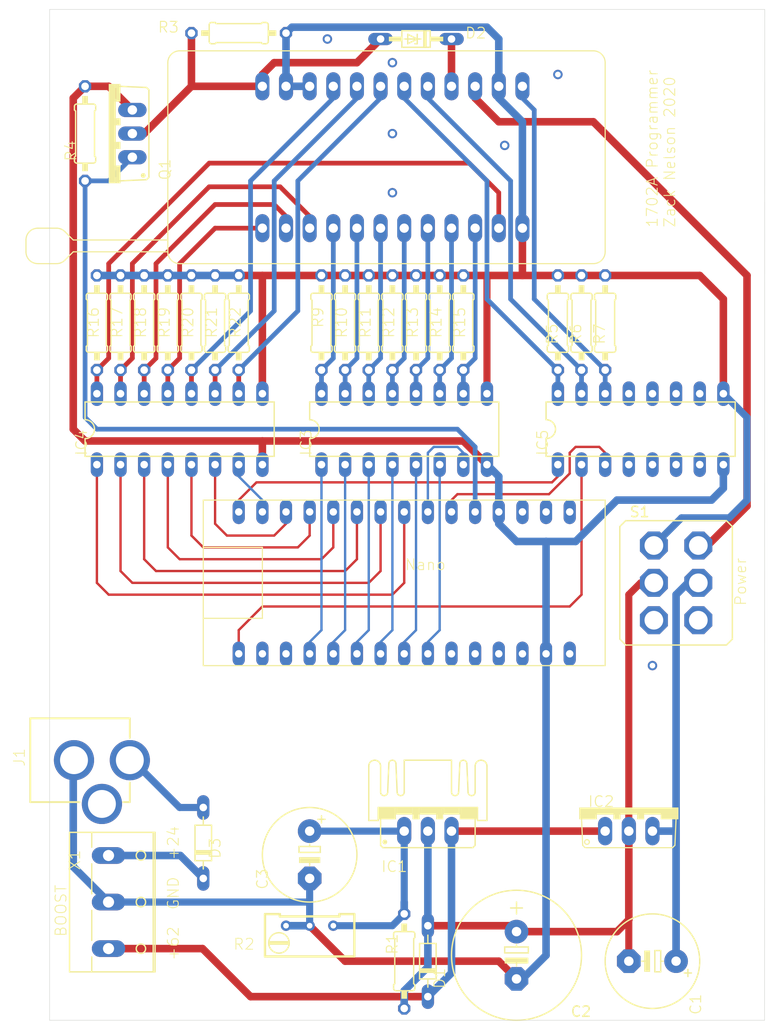
<source format=kicad_pcb>
(kicad_pcb (version 20221018) (generator pcbnew)
  (layers (0 "F.Cu" signal) (31 "B.Cu" signal) (34 "B.Paste" user) (35 "F.Paste" user) (36 "B.SilkS" user "B.Silkscreen") (37 "F.SilkS" user "F.Silkscreen") (38 "B.Mask" user) (39 "F.Mask" user) (44 "Edge.Cuts" user))
  (net 0 "")
  (net 1 "N$1")
  (net 2 "N$3")
  (net 3 "GND")
  (net 4 "+59V")
  (net 5 "+47V")
  (net 6 "A0")
  (net 7 "A1")
  (net 8 "A2")
  (net 9 "A3")
  (net 10 "A4")
  (net 11 "A5")
  (net 12 "A6")
  (net 13 "A7")
  (net 14 "N$12")
  (net 15 "N$13")
  (net 16 "VPP")
  (net 17 "N$33")
  (net 18 "+5V")
  (net 19 "N$14")
  (net 20 "N$16")
  (net 21 "O0")
  (net 22 "O1")
  (net 23 "O2")
  (net 24 "O3")
  (net 25 "O4")
  (net 26 "O5")
  (net 27 "O6")
  (net 28 "O7")
  (net 29 "AA0")
  (net 30 "AA1")
  (net 31 "AA2")
  (net 32 "AA3")
  (net 33 "AA4")
  (net 34 "AA5")
  (net 35 "AD2")
  (net 36 "AD3")
  (net 37 "AD4")
  (net 38 "AD5")
  (net 39 "AD6")
  (net 40 "AD7")
  (net 41 "AD8")
  (net 42 "AD9")
  (net 43 "AD10")
  (net 44 "AD11")
  (net 45 "AD12")
  (net 46 "AD13")
  (net 47 "+24V")
  (footprint "Prommer nano v2:0207_10" (layer "F.Cu") (at 117.7036 84.3661 -90)
    (fp_text reference "R17")
    (fp_text value "6.8k")
  )
  (footprint "Prommer nano v2:0207_10" (layer "F.Cu") (at 120.2436 84.3661 -90)
    (fp_text reference "R18")
    (fp_text value "6.8k")
  )
  (footprint "Prommer nano v2:DO34Z7" (layer "F.Cu") (at 149.4536 53.8861 180)
    (fp_text reference "D2")
    (fp_text value "10V")
  )
  (footprint "Prommer nano v2:TO220BV" (layer "F.Cu") (at 116.4336 64.0461 90)
    (fp_text reference "Q1")
    (fp_text value "IRF520")
  )
  (footprint "Prommer nano v2:0207_10" (layer "F.Cu") (at 130.4036 84.3661 -90)
    (fp_text reference "R22")
    (fp_text value "6.8k")
  )
  (footprint "Prommer nano v2:ZIF24" (layer "F.Cu") (at 146.9136 66.5861)
    (fp_text reference "U1" hide)
    (fp_text value "1702ZIF" hide)
  )
  (footprint "Prommer nano v2:0207_10" (layer "F.Cu") (at 148.1836 152.9461 -90)
    (fp_text reference "R1")
    (fp_text value "220Ω")
  )
  (footprint "Prommer nano v2:320-938" (layer "F.Cu") (at 177.3936 112.3061)
    (fp_text reference "S1")
    (fp_text value "")
  )
  (footprint "" (layer "F.Cu") (at 113.8936 53.8861)
    (fp_text reference "@HOLE2" hide)
    (fp_text value "")
  )
  (footprint "Prommer nano v2:0207_10" (layer "F.Cu") (at 146.9136 84.3661 -90)
    (fp_text reference "R12")
    (fp_text value "6.8k")
  )
  (footprint "Prommer nano v2:0207_10" (layer "F.Cu") (at 125.3236 84.3661 -90)
    (fp_text reference "R20")
    (fp_text value "6.8k")
  )
  (footprint "" (layer "F.Cu") (at 125.3236 130.0861)
    (fp_text reference "@HOLE4" hide)
    (fp_text value "")
  )
  (footprint "Prommer nano v2:E5-10,5" (layer "F.Cu") (at 138.0236 141.5161 -90)
    (fp_text reference "C3")
    (fp_text value "22uf")
  )
  (footprint "Prommer nano v2:D-7.5" (layer "F.Cu") (at 126.5936 140.2461 90)
    (fp_text reference "D3")
    (fp_text value "1N4001")
  )
  (footprint "Prommer nano v2:DIL16" (layer "F.Cu") (at 148.1836 95.7961)
    (fp_text reference "IC3")
    (fp_text value "ULN2003AN")
  )
  (footprint "Prommer nano v2:0207_10" (layer "F.Cu") (at 130.4036 53.2511)
    (fp_text reference "R3")
    (fp_text value "6.8k")
  )
  (footprint "Prommer nano v2:E5-13" (layer "F.Cu") (at 160.2486 152.3111 -90)
    (fp_text reference "C2")
    (fp_text value "220uf/100v")
  )
  (footprint "Prommer nano v2:RTRIM64W" (layer "F.Cu") (at 138.0236 150.4061 90)
    (fp_text reference "R2")
    (fp_text value "10k")
  )
  (footprint "Prommer nano v2:0207_10" (layer "F.Cu") (at 122.7836 84.3661 -90)
    (fp_text reference "R19")
    (fp_text value "6.8k")
  )
  (footprint "" (layer "F.Cu") (at 183.7436 156.7561)
    (fp_text reference "@HOLE1" hide)
    (fp_text value "")
  )
  (footprint "Prommer nano v2:E5-10,5" (layer "F.Cu") (at 174.8536 152.9461 180)
    (fp_text reference "C1")
    (fp_text value "220uf")
  )
  (footprint "Prommer nano v2:0207_10" (layer "F.Cu") (at 154.5336 84.3661 -90)
    (fp_text reference "R15")
    (fp_text value "6.8k")
  )
  (footprint "" (layer "F.Cu") (at 183.7436 130.0861)
    (fp_text reference "@HOLE6" hide)
    (fp_text value "")
  )
  (footprint "Prommer nano v2:0207_10" (layer "F.Cu") (at 151.9936 84.3661 -90)
    (fp_text reference "R14")
    (fp_text value "6.8k")
  )
  (footprint "Prommer nano v2:NANO" (layer "F.Cu") (at 146.9136 112.3061 90)
    (fp_text reference "U$1" hide)
    (fp_text value "NANO" hide)
  )
  (footprint "" (layer "F.Cu") (at 183.7436 53.8861)
    (fp_text reference "@HOLE3" hide)
    (fp_text value "")
  )
  (footprint "Prommer nano v2:317TS" (layer "F.Cu") (at 150.7236 136.4361)
    (fp_text reference "IC1")
    (fp_text value "TL783")
  )
  (footprint "Prommer nano v2:SK95-2M3" (layer "F.Cu") (at 150.7236 136.4361)
    (fp_text reference "KK1" hide)
    (fp_text value "SK95-2M3" hide)
  )
  (footprint "Prommer nano v2:DIL16" (layer "F.Cu") (at 124.0536 95.7961)
    (fp_text reference "IC4")
    (fp_text value "ULN2003AN")
  )
  (footprint "Prommer nano v2:DIL16" (layer "F.Cu") (at 173.5836 95.7961)
    (fp_text reference "IC5")
    (fp_text value "ULN2003AN")
  )
  (footprint "Prommer nano v2:0207_10" (layer "F.Cu") (at 167.2336 84.3661 -90)
    (fp_text reference "R6")
    (fp_text value "6.8k")
  )
  (footprint "Prommer nano v2:D-7.5" (layer "F.Cu") (at 150.7236 152.9461 90)
    (fp_text reference "D1")
    (fp_text value "1N4001")
  )
  (footprint "Prommer nano v2:TO220V" (layer "F.Cu") (at 172.3136 136.4361)
    (fp_text reference "IC2")
    (fp_text value "7812TV")
  )
  (footprint "" (layer "F.Cu") (at 125.3236 156.7561)
    (fp_text reference "@HOLE5" hide)
    (fp_text value "")
  )
  (footprint "Prommer nano v2:0207_10" (layer "F.Cu") (at 144.3736 84.3661 -90)
    (fp_text reference "R11")
    (fp_text value "6.8k")
  )
  (footprint "Prommer nano v2:0207_10" (layer "F.Cu") (at 169.7736 84.3661 -90)
    (fp_text reference "R7")
    (fp_text value "6.8k")
  )
  (footprint "Prommer nano v2:0207_10" (layer "F.Cu") (at 127.8636 84.3661 -90)
    (fp_text reference "R21")
    (fp_text value "6.8k")
  )
  (footprint "Prommer nano v2:0207_10" (layer "F.Cu") (at 164.6936 84.3661 -90)
    (fp_text reference "R5")
    (fp_text value "6.8k")
  )
  (footprint "Prommer nano v2:0207_10" (layer "F.Cu") (at 115.1636 84.3661 -90)
    (fp_text reference "R16")
    (fp_text value "6.8k")
  )
  (footprint "Prommer nano v2:0207_10" (layer "F.Cu") (at 141.8336 84.3661 -90)
    (fp_text reference "R10")
    (fp_text value "6.8k")
  )
  (footprint "" (layer "F.Cu") (at 113.8936 156.7561)
    (fp_text reference "@HOLE0" hide)
    (fp_text value "")
  )
  (footprint "Prommer nano v2:POWER_JACK_PTH" (layer "F.Cu") (at 105.0036 131.3561 -90)
    (fp_text reference "J1")
    (fp_text value "POWER_JACK")
  )
  (footprint "Prommer nano v2:W237-103" (layer "F.Cu") (at 117.7036 146.5961 -90)
    (fp_text reference "X1")
    (fp_text value "")
  )
  (footprint "Prommer nano v2:0207_10" (layer "F.Cu") (at 139.2936 84.3661 -90)
    (fp_text reference "R9")
    (fp_text value "6.8k")
  )
  (footprint "Prommer nano v2:0207_10" (layer "F.Cu") (at 149.4536 84.3661 -90)
    (fp_text reference "R13")
    (fp_text value "6.8k")
  )
  (footprint "Prommer nano v2:0207_10" (layer "F.Cu") (at 113.8936 64.0461 90)
    (fp_text reference "R4")
    (fp_text value "1k")
  )
  (gr_line (start 186.9186 50.7111) (end 110.0836 50.7111) (stroke (width 0.05)) (layer "Edge.Cuts"))
  (gr_line (start 110.0836 159.2961) (end 186.8986 159.2961) (stroke (width 0.05)) (layer "Edge.Cuts"))
  (gr_line (start 110.0836 50.7111) (end 110.0836 159.2961) (stroke (width 0.05)) (layer "Edge.Cuts"))
  (gr_line (start 186.8986 159.2961) (end 186.9186 50.7111) (stroke (width 0.05)) (layer "Edge.Cuts"))
  (gr_text "+62  GND  +24" (at 124.0536 152.9461 90) (layer "F.SilkS") (effects (font (size 1.1684 1.1684) (thickness 0.1016)) (justify left bottom)))
  (gr_text "BOOST" (at 111.9886 150.4061 90) (layer "F.SilkS") (effects (font (size 1.1684 1.1684) (thickness 0.1016)) (justify left bottom)))
  (gr_text "1702A Programmer\nZack Nelson 2020" (at 177.3936 74.2061 90) (layer "F.SilkS") (effects (font (size 1.1684 1.1684) (thickness 0.1016)) (justify left bottom)))
  (gr_text "Power" (at 185.0136 114.8461 90) (layer "F.SilkS") (effects (font (size 1.1684 1.1684) (thickness 0.1016)) (justify left bottom)))
  (segment (start 116.4136 151.5961) (end 126.5136 151.5961) (width 0.8128) (layer "F.Cu") (net 1))
  (segment (start 126.5136 151.5961) (end 131.6736 156.7561) (width 0.8128) (layer "F.Cu") (net 1))
  (segment (start 153.2636 138.9761) (end 169.7736 138.9761) (width 0.8128) (layer "F.Cu") (net 1))
  (segment (start 150.7236 156.7561) (end 131.6736 156.7561) (width 0.8128) (layer "F.Cu") (net 1))
  (segment (start 153.2636 138.9761) (end 153.2636 154.2161) (width 0.8128) (layer "B.Cu") (net 1))
  (segment (start 153.2636 154.2161) (end 150.7236 156.7561) (width 0.8128) (layer "B.Cu") (net 1))
  (segment (start 140.5636 149.1361) (end 146.9136 149.1361) (width 0.762) (layer "B.Cu") (net 2))
  (segment (start 148.1836 138.9761) (end 138.0236 138.9761) (width 0.762) (layer "B.Cu") (net 2))
  (segment (start 148.1836 147.8661) (end 148.1836 138.9761) (width 0.762) (layer "B.Cu") (net 2))
  (segment (start 146.9136 149.1361) (end 148.1836 147.8661) (width 0.762) (layer "B.Cu") (net 2))
  (segment (start 148.1836 147.8661) (end 148.1836 146.5961) (width 0.8128) (layer "B.Cu") (net 2))
  (segment (start 157.0736 99.6061) (end 154.5336 97.0661) (width 0.8128) (layer "F.Cu") (net 3))
  (segment (start 116.4336 58.9661) (end 118.9736 61.5061) (width 0.8128) (layer "F.Cu") (net 3))
  (segment (start 158.3436 152.9461) (end 141.8336 152.9461) (width 0.8128) (layer "F.Cu") (net 3))
  (segment (start 113.8936 58.9661) (end 116.4336 58.9661) (width 0.8128) (layer "F.Cu") (net 3))
  (segment (start 112.6236 60.2361) (end 113.8936 58.9661) (width 0.8128) (layer "F.Cu") (net 3))
  (segment (start 113.8936 97.0661) (end 112.6236 95.7961) (width 0.8128) (layer "F.Cu") (net 3))
  (segment (start 154.5336 97.0661) (end 132.9436 97.0661) (width 0.8128) (layer "F.Cu") (net 3))
  (segment (start 141.8336 152.9461) (end 138.0236 149.1361) (width 0.8128) (layer "F.Cu") (net 3))
  (segment (start 132.9436 97.0661) (end 132.9436 99.6061) (width 0.8128) (layer "F.Cu") (net 3))
  (segment (start 132.9436 97.0661) (end 113.8936 97.0661) (width 0.8128) (layer "F.Cu") (net 3))
  (segment (start 160.2486 154.8511) (end 158.3436 152.9461) (width 0.8128) (layer "F.Cu") (net 3))
  (segment (start 112.6236 95.7961) (end 112.6236 60.2361) (width 0.8128) (layer "F.Cu") (net 3))
  (via (at 158.9786 65.3161) (size 1.016) (drill 0.6096) (layers "F.Cu" "B.Cu") (net 3))
  (via (at 139.9286 53.8861) (size 1.016) (drill 0.6096) (layers "F.Cu" "B.Cu") (net 3))
  (via (at 146.9136 56.4261) (size 1.016) (drill 0.6096) (layers "F.Cu" "B.Cu") (net 3))
  (via (at 146.9136 64.0461) (size 1.016) (drill 0.6096) (layers "F.Cu" "B.Cu") (net 3))
  (via (at 146.9136 70.3961) (size 1.016) (drill 0.6096) (layers "F.Cu" "B.Cu") (net 3))
  (via (at 174.8536 121.1961) (size 1.016) (drill 0.6096) (layers "F.Cu" "B.Cu") (net 3))
  (via (at 164.6936 57.6961) (size 1.016) (drill 0.6096) (layers "F.Cu" "B.Cu") (net 3))
  (segment (start 158.3436 104.6861) (end 158.3436 105.9561) (width 0.8128) (layer "B.Cu") (net 3))
  (segment (start 163.4236 119.9261) (end 163.4236 152.3111) (width 0.8128) (layer "B.Cu") (net 3))
  (segment (start 112.6236 142.8061) (end 116.4136 146.5961) (width 0.8128) (layer "B.Cu") (net 3))
  (segment (start 166.5986 107.8611) (end 171.0436 103.4161) (width 0.8128) (layer "B.Cu") (net 3))
  (segment (start 160.2486 107.8611) (end 163.4236 107.8611) (width 0.8128) (layer "B.Cu") (net 3))
  (segment (start 160.8836 154.8511) (end 160.2486 154.8511) (width 0.8128) (layer "B.Cu") (net 3))
  (segment (start 163.4236 107.8611) (end 166.5986 107.8611) (width 0.8128) (layer "B.Cu") (net 3))
  (segment (start 112.6236 142.8061) (end 112.6236 131.4361) (width 0.8128) (layer "B.Cu") (net 3))
  (segment (start 138.0236 144.0561) (end 138.0236 146.5961) (width 0.762) (layer "B.Cu") (net 3))
  (segment (start 138.0236 149.1361) (end 135.4836 149.1361) (width 0.8128) (layer "B.Cu") (net 3))
  (segment (start 112.6236 131.4361) (end 112.7036 131.3561) (width 0.508) (layer "B.Cu") (net 3))
  (segment (start 171.0436 103.4161) (end 181.2036 103.4161) (width 0.8128) (layer "B.Cu") (net 3))
  (segment (start 181.2036 103.4161) (end 182.4736 102.1461) (width 0.8128) (layer "B.Cu") (net 3))
  (segment (start 138.0236 146.5961) (end 138.0236 149.1361) (width 0.762) (layer "B.Cu") (net 3))
  (segment (start 182.4736 102.1461) (end 182.4736 99.6061) (width 0.8128) (layer "B.Cu") (net 3))
  (segment (start 116.4136 146.5961) (end 138.0236 146.5961) (width 0.762) (layer "B.Cu") (net 3))
  (segment (start 157.0736 99.6061) (end 158.3436 100.8761) (width 0.8128) (layer "B.Cu") (net 3))
  (segment (start 163.4236 152.3111) (end 160.8836 154.8511) (width 0.8128) (layer "B.Cu") (net 3))
  (segment (start 163.4236 107.8611) (end 163.4236 119.9261) (width 0.8128) (layer "B.Cu") (net 3))
  (segment (start 158.3436 100.8761) (end 158.3436 104.6861) (width 0.8128) (layer "B.Cu") (net 3))
  (segment (start 160.2486 107.8611) (end 158.3436 105.9561) (width 0.8128) (layer "B.Cu") (net 3))
  (segment (start 174.8536 138.9761) (end 177.3936 138.9761) (width 0.8128) (layer "B.Cu") (net 4))
  (segment (start 177.3936 152.9461) (end 177.3936 113.5761) (width 0.8128) (layer "B.Cu") (net 4))
  (segment (start 177.3936 113.5761) (end 178.6636 112.3061) (width 0.8128) (layer "B.Cu") (net 4))
  (segment (start 177.3936 138.9761) (end 177.3936 152.9461) (width 0.8128) (layer "B.Cu") (net 4))
  (segment (start 178.6636 112.3061) (end 179.7812 112.3061) (width 0.8128) (layer "B.Cu") (net 4))
  (segment (start 160.8836 74.2061) (end 160.8836 79.2861) (width 0.8128) (layer "F.Cu") (net 5))
  (segment (start 141.8336 79.2861) (end 139.2936 79.2861) (width 0.8128) (layer "F.Cu") (net 5))
  (segment (start 149.4536 79.2861) (end 146.9136 79.2861) (width 0.8128) (layer "F.Cu") (net 5))
  (segment (start 151.9936 79.2861) (end 149.4536 79.2861) (width 0.8128) (layer "F.Cu") (net 5))
  (segment (start 179.9336 79.2861) (end 182.4736 81.8261) (width 0.8128) (layer "F.Cu") (net 5))
  (segment (start 154.5336 79.2861) (end 151.9936 79.2861) (width 0.8128) (layer "F.Cu") (net 5))
  (segment (start 154.5336 79.2861) (end 157.0736 79.2861) (width 0.8128) (layer "F.Cu") (net 5))
  (segment (start 144.3736 79.2861) (end 141.8336 79.2861) (width 0.8128) (layer "F.Cu") (net 5))
  (segment (start 157.0736 79.2861) (end 160.8836 79.2861) (width 0.8128) (layer "F.Cu") (net 5))
  (segment (start 139.2936 79.2861) (end 132.9436 79.2861) (width 0.8128) (layer "F.Cu") (net 5))
  (segment (start 132.9436 79.2861) (end 130.4036 79.2861) (width 0.8128) (layer "F.Cu") (net 5))
  (segment (start 164.6936 79.2861) (end 167.2336 79.2861) (width 0.8128) (layer "F.Cu") (net 5))
  (segment (start 160.8836 79.2861) (end 164.6936 79.2861) (width 0.8128) (layer "F.Cu") (net 5))
  (segment (start 132.9436 91.9861) (end 132.9436 79.2861) (width 0.8128) (layer "F.Cu") (net 5))
  (segment (start 146.9136 79.2861) (end 144.3736 79.2861) (width 0.8128) (layer "F.Cu") (net 5))
  (segment (start 182.4736 81.8261) (end 182.4736 91.9861) (width 0.8128) (layer "F.Cu") (net 5))
  (segment (start 169.7736 79.2861) (end 167.2336 79.2861) (width 0.8128) (layer "F.Cu") (net 5))
  (segment (start 157.0736 91.9861) (end 157.0736 79.2861) (width 0.762) (layer "F.Cu") (net 5))
  (segment (start 169.7736 79.2861) (end 179.9336 79.2861) (width 0.8128) (layer "F.Cu") (net 5))
  (segment (start 136.1186 52.6161) (end 135.4836 53.2511) (width 0.8128) (layer "B.Cu") (net 5))
  (segment (start 185.0136 94.5261) (end 182.4736 91.9861) (width 0.762) (layer "B.Cu") (net 5))
  (segment (start 183.1086 105.3211) (end 185.0136 103.4161) (width 0.762) (layer "B.Cu") (net 5))
  (segment (start 158.3436 58.9661) (end 158.3436 53.8861) (width 0.8128) (layer "B.Cu") (net 5))
  (segment (start 127.8636 79.2861) (end 130.4036 79.2861) (width 0.8128) (layer "B.Cu") (net 5))
  (segment (start 120.2436 79.2861) (end 122.7836 79.2861) (width 0.8128) (layer "B.Cu") (net 5))
  (segment (start 185.0136 103.4161) (end 185.0136 94.5261) (width 0.762) (layer "B.Cu") (net 5))
  (segment (start 122.7836 79.2861) (end 125.3236 79.2861) (width 0.8128) (layer "B.Cu") (net 5))
  (segment (start 160.8836 62.7761) (end 158.3436 60.2361) (width 0.8128) (layer "B.Cu") (net 5))
  (segment (start 158.3436 58.9661) (end 158.3436 60.2361) (width 0.8128) (layer "B.Cu") (net 5))
  (segment (start 177.9778 105.3211) (end 183.1086 105.3211) (width 0.762) (layer "B.Cu") (net 5))
  (segment (start 158.3436 53.8861) (end 157.0736 52.6161) (width 0.8128) (layer "B.Cu") (net 5))
  (segment (start 135.4836 58.9661) (end 138.0236 58.9661) (width 0.8128) (layer "B.Cu") (net 5))
  (segment (start 157.0736 52.6161) (end 136.1186 52.6161) (width 0.8128) (layer "B.Cu") (net 5))
  (segment (start 117.7036 79.2861) (end 120.2436 79.2861) (width 0.8128) (layer "B.Cu") (net 5))
  (segment (start 160.8836 74.2061) (end 160.8836 62.7761) (width 0.8128) (layer "B.Cu") (net 5))
  (segment (start 175.006 108.2929) (end 177.9778 105.3211) (width 0.762) (layer "B.Cu") (net 5))
  (segment (start 135.4836 58.9661) (end 135.4836 53.2511) (width 0.8128) (layer "B.Cu") (net 5))
  (segment (start 115.1636 79.2861) (end 117.7036 79.2861) (width 0.8128) (layer "B.Cu") (net 5))
  (segment (start 125.3236 79.2861) (end 127.8636 79.2861) (width 0.8128) (layer "B.Cu") (net 5))
  (segment (start 117.7036 91.9861) (end 117.7036 89.4461) (width 0.508) (layer "F.Cu") (net 6))
  (segment (start 118.9736 88.1761) (end 118.9736 78.0161) (width 0.508) (layer "F.Cu") (net 6))
  (segment (start 127.2286 69.7611) (end 134.8486 69.7611) (width 0.508) (layer "F.Cu") (net 6))
  (segment (start 117.7036 89.4461) (end 118.9736 88.1761) (width 0.508) (layer "F.Cu") (net 6))
  (segment (start 138.0236 72.9361) (end 138.0236 74.2061) (width 0.508) (layer "F.Cu") (net 6))
  (segment (start 118.9736 78.0161) (end 127.2286 69.7611) (width 0.508) (layer "F.Cu") (net 6))
  (segment (start 134.8486 69.7611) (end 138.0236 72.9361) (width 0.508) (layer "F.Cu") (net 6))
  (segment (start 134.2136 71.6661) (end 135.4836 72.9361) (width 0.508) (layer "F.Cu") (net 7))
  (segment (start 121.5136 78.0161) (end 127.8636 71.6661) (width 0.508) (layer "F.Cu") (net 7))
  (segment (start 120.2436 91.9861) (end 120.2436 89.4461) (width 0.508) (layer "F.Cu") (net 7))
  (segment (start 121.5136 88.1761) (end 121.5136 78.0161) (width 0.508) (layer "F.Cu") (net 7))
  (segment (start 120.2436 89.4461) (end 121.5136 88.1761) (width 0.508) (layer "F.Cu") (net 7))
  (segment (start 135.4836 72.9361) (end 135.4836 74.2061) (width 0.508) (layer "F.Cu") (net 7))
  (segment (start 127.8636 71.6661) (end 134.2136 71.6661) (width 0.508) (layer "F.Cu") (net 7))
  (segment (start 127.8636 74.2061) (end 132.9436 74.2061) (width 0.508) (layer "F.Cu") (net 8))
  (segment (start 122.7836 91.9861) (end 122.7836 89.4461) (width 0.508) (layer "F.Cu") (net 8))
  (segment (start 124.0536 78.0161) (end 127.8636 74.2061) (width 0.508) (layer "F.Cu") (net 8))
  (segment (start 122.7836 89.4461) (end 124.0536 88.1761) (width 0.508) (layer "F.Cu") (net 8))
  (segment (start 124.0536 88.1761) (end 124.0536 78.0161) (width 0.508) (layer "F.Cu") (net 8))
  (segment (start 125.3236 91.9861) (end 125.3236 89.4461) (width 0.508) (layer "F.Cu") (net 9))
  (segment (start 131.6736 69.1261) (end 140.5636 60.2361) (width 0.508) (layer "B.Cu") (net 9))
  (segment (start 125.3236 89.4461) (end 131.6736 83.0961) (width 0.508) (layer "B.Cu") (net 9))
  (segment (start 140.5636 60.2361) (end 140.5636 58.9661) (width 0.508) (layer "B.Cu") (net 9))
  (segment (start 131.6736 83.0961) (end 131.6736 69.1261) (width 0.508) (layer "B.Cu") (net 9))
  (segment (start 127.8636 91.9861) (end 127.8636 89.4461) (width 0.508) (layer "F.Cu") (net 10))
  (segment (start 127.8636 89.4461) (end 134.2136 83.0961) (width 0.508) (layer "B.Cu") (net 10))
  (segment (start 143.1036 60.2361) (end 143.1036 58.9661) (width 0.508) (layer "B.Cu") (net 10))
  (segment (start 134.2136 69.1261) (end 143.1036 60.2361) (width 0.508) (layer "B.Cu") (net 10))
  (segment (start 134.2136 83.0961) (end 134.2136 69.1261) (width 0.508) (layer "B.Cu") (net 10))
  (segment (start 130.4036 91.9861) (end 130.4036 89.4461) (width 0.508) (layer "F.Cu") (net 11))
  (segment (start 136.7536 83.0961) (end 130.4036 89.4461) (width 0.508) (layer "B.Cu") (net 11))
  (segment (start 136.7536 69.1261) (end 136.7536 83.0961) (width 0.508) (layer "B.Cu") (net 11))
  (segment (start 145.6436 58.9661) (end 145.6436 60.2361) (width 0.508) (layer "B.Cu") (net 11))
  (segment (start 145.6436 60.2361) (end 136.7536 69.1261) (width 0.508) (layer "B.Cu") (net 11))
  (segment (start 164.6936 89.4461) (end 164.6936 91.9861) (width 0.508) (layer "B.Cu") (net 12))
  (segment (start 148.1836 58.9661) (end 148.1836 60.2361) (width 0.508) (layer "B.Cu") (net 12))
  (segment (start 148.1836 60.2361) (end 157.0736 69.1261) (width 0.508) (layer "B.Cu") (net 12))
  (segment (start 157.0736 69.1261) (end 157.0736 81.8261) (width 0.508) (layer "B.Cu") (net 12))
  (segment (start 157.0736 81.8261) (end 164.6936 89.4461) (width 0.508) (layer "B.Cu") (net 12))
  (segment (start 150.7236 60.2361) (end 159.6136 69.1261) (width 0.508) (layer "B.Cu") (net 13))
  (segment (start 167.2336 89.4461) (end 167.2336 91.9861) (width 0.508) (layer "B.Cu") (net 13))
  (segment (start 159.6136 81.8261) (end 167.2336 89.4461) (width 0.508) (layer "B.Cu") (net 13))
  (segment (start 150.7236 58.9661) (end 150.7236 60.2361) (width 0.508) (layer "B.Cu") (net 13))
  (segment (start 159.6136 69.1261) (end 159.6136 81.8261) (width 0.508) (layer "B.Cu") (net 13))
  (segment (start 153.2636 58.9661) (end 153.2636 53.8861) (width 0.8128) (layer "F.Cu") (net 14))
  (segment (start 132.9436 57.6961) (end 134.2136 56.4261) (width 0.8128) (layer "F.Cu") (net 15))
  (segment (start 132.9436 58.9661) (end 132.9436 57.6961) (width 0.8128) (layer "F.Cu") (net 15))
  (segment (start 125.3236 58.9661) (end 120.2436 64.0461) (width 0.8128) (layer "F.Cu") (net 15))
  (segment (start 125.3236 53.2511) (end 125.3236 58.9661) (width 0.8128) (layer "F.Cu") (net 15))
  (segment (start 143.1036 56.4261) (end 145.6436 53.8861) (width 0.8128) (layer "F.Cu") (net 15))
  (segment (start 120.2436 64.0461) (end 118.9736 64.0461) (width 0.8128) (layer "F.Cu") (net 15))
  (segment (start 134.2136 56.4261) (end 143.1036 56.4261) (width 0.8128) (layer "F.Cu") (net 15))
  (segment (start 132.9436 58.9661) (end 125.3236 58.9661) (width 0.8128) (layer "F.Cu") (net 15))
  (segment (start 162.1536 61.5061) (end 162.1536 81.8261) (width 0.508) (layer "B.Cu") (net 16))
  (segment (start 160.8836 60.2361) (end 162.1536 61.5061) (width 0.508) (layer "B.Cu") (net 16))
  (segment (start 169.7736 89.4461) (end 169.7736 91.9861) (width 0.508) (layer "B.Cu") (net 16))
  (segment (start 162.1536 81.8261) (end 169.7736 89.4461) (width 0.508) (layer "B.Cu") (net 16))
  (segment (start 160.8836 58.9661) (end 160.8836 60.2361) (width 0.508) (layer "B.Cu") (net 16))
  (segment (start 185.0136 79.2861) (end 185.0136 104.051097) (width 0.8128) (layer "F.Cu") (net 17))
  (segment (start 179.7812 108.2929) (end 180.7718 108.2929) (width 0.762) (layer "F.Cu") (net 17))
  (segment (start 180.7718 108.2929) (end 185.0136 104.051097) (width 0.8128) (layer "F.Cu") (net 17))
  (segment (start 158.3436 62.7761) (end 155.8036 60.2361) (width 0.8128) (layer "F.Cu") (net 17))
  (segment (start 168.5036 62.7761) (end 158.3436 62.7761) (width 0.8128) (layer "F.Cu") (net 17))
  (segment (start 155.8036 58.9661) (end 155.8036 60.2361) (width 0.8128) (layer "F.Cu") (net 17))
  (segment (start 168.5036 62.7761) (end 185.0136 79.2861) (width 0.8128) (layer "F.Cu") (net 17))
  (segment (start 173.5836 112.3061) (end 172.3136 113.5761) (width 0.762) (layer "F.Cu") (net 19))
  (segment (start 160.2486 149.7711) (end 171.0436 149.7711) (width 0.8128) (layer "F.Cu") (net 19))
  (segment (start 172.3136 152.9461) (end 172.3136 148.5011) (width 0.762) (layer "F.Cu") (net 19))
  (segment (start 159.6136 149.1361) (end 150.7236 149.1361) (width 0.8128) (layer "F.Cu") (net 19))
  (segment (start 171.0436 149.7711) (end 172.3136 148.5011) (width 0.8128) (layer "F.Cu") (net 19))
  (segment (start 172.3136 113.5761) (end 172.3136 138.9761) (width 0.762) (layer "F.Cu") (net 19))
  (segment (start 172.3136 148.5011) (end 172.3136 138.9761) (width 0.8128) (layer "F.Cu") (net 19))
  (segment (start 160.2486 149.7711) (end 159.6136 149.1361) (width 0.8128) (layer "F.Cu") (net 19))
  (segment (start 175.006 112.3061) (end 173.5836 112.3061) (width 0.762) (layer "F.Cu") (net 19))
  (segment (start 148.1836 156.1211) (end 150.7236 153.5811) (width 0.8128) (layer "B.Cu") (net 19))
  (segment (start 148.1836 158.0261) (end 148.1836 156.1211) (width 0.8128) (layer "B.Cu") (net 19))
  (segment (start 150.7236 138.9761) (end 150.7236 149.1361) (width 0.8128) (layer "B.Cu") (net 19))
  (segment (start 150.7236 153.5811) (end 150.7236 149.1361) (width 0.8128) (layer "B.Cu") (net 19))
  (segment (start 124.0536 136.4361) (end 118.9736 131.3561) (width 0.762) (layer "B.Cu") (net 20))
  (segment (start 126.5936 136.4361) (end 124.0536 136.4361) (width 0.762) (layer "B.Cu") (net 20))
  (segment (start 118.9736 131.3561) (end 118.7036 131.3561) (width 0.762) (layer "B.Cu") (net 20))
  (segment (start 140.5636 88.1761) (end 140.5636 74.2061) (width 0.508) (layer "B.Cu") (net 21))
  (segment (start 139.2936 91.9861) (end 139.2936 89.4461) (width 0.508) (layer "B.Cu") (net 21))
  (segment (start 139.2936 89.4461) (end 140.5636 88.1761) (width 0.508) (layer "B.Cu") (net 21))
  (segment (start 143.1036 88.1761) (end 143.1036 74.2061) (width 0.508) (layer "B.Cu") (net 22))
  (segment (start 141.8336 89.4461) (end 143.1036 88.1761) (width 0.508) (layer "B.Cu") (net 22))
  (segment (start 141.8336 91.9861) (end 141.8336 89.4461) (width 0.508) (layer "B.Cu") (net 22))
  (segment (start 144.3736 91.9861) (end 144.3736 89.4461) (width 0.508) (layer "B.Cu") (net 23))
  (segment (start 144.3736 89.4461) (end 145.6436 88.1761) (width 0.508) (layer "B.Cu") (net 23))
  (segment (start 145.6436 88.1761) (end 145.6436 74.2061) (width 0.508) (layer "B.Cu") (net 23))
  (segment (start 146.9136 91.9861) (end 146.9136 89.4461) (width 0.508) (layer "B.Cu") (net 24))
  (segment (start 146.9136 89.4461) (end 148.1836 88.1761) (width 0.508) (layer "B.Cu") (net 24))
  (segment (start 148.1836 88.1761) (end 148.1836 74.2061) (width 0.508) (layer "B.Cu") (net 24))
  (segment (start 149.4536 91.9861) (end 149.4536 89.4461) (width 0.508) (layer "B.Cu") (net 25))
  (segment (start 150.7236 88.1761) (end 149.4536 89.4461) (width 0.508) (layer "B.Cu") (net 25))
  (segment (start 150.7236 74.2061) (end 150.7236 88.1761) (width 0.508) (layer "B.Cu") (net 25))
  (segment (start 151.9936 89.4461) (end 153.2636 88.1761) (width 0.508) (layer "B.Cu") (net 26))
  (segment (start 151.9936 91.9861) (end 151.9936 89.4461) (width 0.508) (layer "B.Cu") (net 26))
  (segment (start 153.2636 88.1761) (end 153.2636 74.2061) (width 0.508) (layer "B.Cu") (net 26))
  (segment (start 154.5336 91.9861) (end 154.5336 89.4461) (width 0.508) (layer "B.Cu") (net 27))
  (segment (start 155.8036 88.1761) (end 155.8036 74.2061) (width 0.508) (layer "B.Cu") (net 27))
  (segment (start 154.5336 89.4461) (end 155.8036 88.1761) (width 0.508) (layer "B.Cu") (net 27))
  (segment (start 127.2286 67.2211) (end 155.1686 67.2211) (width 0.508) (layer "F.Cu") (net 28))
  (segment (start 116.4336 78.0161) (end 127.2286 67.2211) (width 0.508) (layer "F.Cu") (net 28))
  (segment (start 158.3436 70.3961) (end 158.3436 74.2061) (width 0.508) (layer "F.Cu") (net 28))
  (segment (start 116.4336 88.1761) (end 116.4336 78.0161) (width 0.508) (layer "F.Cu") (net 28))
  (segment (start 155.1686 67.2211) (end 158.3436 70.3961) (width 0.508) (layer "F.Cu") (net 28))
  (segment (start 115.1636 91.9861) (end 115.1636 89.4461) (width 0.508) (layer "F.Cu") (net 28))
  (segment (start 115.1636 89.4461) (end 116.4336 88.1761) (width 0.508) (layer "F.Cu") (net 28))
  (segment (start 138.0236 118.6561) (end 139.2936 117.3861) (width 0.254) (layer "B.Cu") (net 29))
  (segment (start 138.0236 119.9261) (end 138.0236 118.6561) (width 0.254) (layer "B.Cu") (net 29))
  (segment (start 139.2936 117.3861) (end 139.2936 99.6061) (width 0.254) (layer "B.Cu") (net 29))
  (segment (start 140.5636 119.9261) (end 140.5636 118.6561) (width 0.254) (layer "B.Cu") (net 30))
  (segment (start 141.8336 117.3861) (end 141.8336 99.6061) (width 0.254) (layer "B.Cu") (net 30))
  (segment (start 140.5636 118.6561) (end 141.8336 117.3861) (width 0.254) (layer "B.Cu") (net 30))
  (segment (start 143.1036 118.6561) (end 144.3736 117.3861) (width 0.254) (layer "B.Cu") (net 31))
  (segment (start 143.1036 119.9261) (end 143.1036 118.6561) (width 0.254) (layer "B.Cu") (net 31))
  (segment (start 144.3736 117.3861) (end 144.3736 99.6061) (width 0.254) (layer "B.Cu") (net 31))
  (segment (start 145.6436 119.9261) (end 145.6436 118.6561) (width 0.254) (layer "B.Cu") (net 32))
  (segment (start 146.9136 117.3861) (end 146.9136 99.6061) (width 0.254) (layer "B.Cu") (net 32))
  (segment (start 145.6436 118.6561) (end 146.9136 117.3861) (width 0.254) (layer "B.Cu") (net 32))
  (segment (start 149.4536 117.3861) (end 149.4536 99.6061) (width 0.254) (layer "B.Cu") (net 33))
  (segment (start 148.1836 118.6561) (end 149.4536 117.3861) (width 0.254) (layer "B.Cu") (net 33))
  (segment (start 148.1836 119.9261) (end 148.1836 118.6561) (width 0.254) (layer "B.Cu") (net 33))
  (segment (start 150.7236 119.9261) (end 150.7236 118.6561) (width 0.254) (layer "B.Cu") (net 34))
  (segment (start 150.7236 118.6561) (end 151.9936 117.3861) (width 0.254) (layer "B.Cu") (net 34))
  (segment (start 151.9936 117.3861) (end 151.9936 99.6061) (width 0.254) (layer "B.Cu") (net 34))
  (segment (start 155.8036 97.7011) (end 155.8036 104.6861) (width 0.508) (layer "B.Cu") (net 35))
  (segment (start 118.9736 66.5861) (end 116.4336 69.1261) (width 0.508) (layer "B.Cu") (net 35))
  (segment (start 115.1636 95.7961) (end 153.8986 95.7961) (width 0.508) (layer "B.Cu") (net 35))
  (segment (start 113.8936 69.1261) (end 113.8936 94.5261) (width 0.508) (layer "B.Cu") (net 35))
  (segment (start 113.8936 94.5261) (end 115.1636 95.7961) (width 0.508) (layer "B.Cu") (net 35))
  (segment (start 116.4336 69.1261) (end 113.8936 69.1261) (width 0.508) (layer "B.Cu") (net 35))
  (segment (start 153.8986 95.7961) (end 155.8036 97.7011) (width 0.508) (layer "B.Cu") (net 35))
  (segment (start 165.9636 98.3361) (end 165.9636 100.5586) (width 0.254) (layer "F.Cu") (net 36))
  (segment (start 169.7736 98.3361) (end 169.1386 97.7011) (width 0.254) (layer "F.Cu") (net 36))
  (segment (start 153.8986 102.7811) (end 153.2636 103.4161) (width 0.254) (layer "F.Cu") (net 36))
  (segment (start 165.9636 100.5586) (end 163.7411 102.7811) (width 0.254) (layer "F.Cu") (net 36))
  (segment (start 153.2636 103.4161) (end 153.2636 104.6861) (width 0.254) (layer "F.Cu") (net 36))
  (segment (start 163.7411 102.7811) (end 153.8986 102.7811) (width 0.254) (layer "F.Cu") (net 36))
  (segment (start 166.5986 97.7011) (end 165.9636 98.3361) (width 0.254) (layer "F.Cu") (net 36))
  (segment (start 169.7736 99.6061) (end 169.7736 98.3361) (width 0.254) (layer "F.Cu") (net 36))
  (segment (start 169.1386 97.7011) (end 166.5986 97.7011) (width 0.254) (layer "F.Cu") (net 36))
  (segment (start 154.5336 99.6061) (end 154.5336 98.3361) (width 0.254) (layer "B.Cu") (net 37))
  (segment (start 151.352615 97.707085) (end 150.7236 98.3361) (width 0.254) (layer "B.Cu") (net 37))
  (segment (start 153.8986 97.7011) (end 151.403465 97.7011) (width 0.254) (layer "B.Cu") (net 37))
  (segment (start 151.403465 97.7011) (end 151.352615 97.707085) (width 0.254) (layer "B.Cu") (net 37))
  (segment (start 154.5336 98.3361) (end 153.8986 97.7011) (width 0.254) (layer "B.Cu") (net 37))
  (segment (start 150.7236 104.6861) (end 150.7236 98.3361) (width 0.254) (layer "B.Cu") (net 37))
  (segment (start 115.1636 112.3061) (end 115.1636 99.6061) (width 0.254) (layer "F.Cu") (net 38))
  (segment (start 148.1836 112.3061) (end 146.9136 113.5761) (width 0.254) (layer "F.Cu") (net 38))
  (segment (start 116.4336 113.5761) (end 115.1636 112.3061) (width 0.254) (layer "F.Cu") (net 38))
  (segment (start 146.9136 113.5761) (end 116.4336 113.5761) (width 0.254) (layer "F.Cu") (net 38))
  (segment (start 148.1836 104.6861) (end 148.1836 112.3061) (width 0.254) (layer "F.Cu") (net 38))
  (segment (start 145.6436 104.6861) (end 145.6436 111.0361) (width 0.254) (layer "F.Cu") (net 39))
  (segment (start 118.9736 112.3061) (end 117.7036 111.0361) (width 0.254) (layer "F.Cu") (net 39))
  (segment (start 144.3736 112.3061) (end 118.9736 112.3061) (width 0.254) (layer "F.Cu") (net 39))
  (segment (start 145.6436 111.0361) (end 144.3736 112.3061) (width 0.254) (layer "F.Cu") (net 39))
  (segment (start 117.7036 111.0361) (end 117.7036 99.6061) (width 0.254) (layer "F.Cu") (net 39))
  (segment (start 141.8336 111.0361) (end 121.5136 111.0361) (width 0.254) (layer "F.Cu") (net 40))
  (segment (start 120.2436 109.7661) (end 120.2436 99.6061) (width 0.254) (layer "F.Cu") (net 40))
  (segment (start 121.5136 111.0361) (end 120.2436 109.7661) (width 0.254) (layer "F.Cu") (net 40))
  (segment (start 143.1036 109.7661) (end 141.8336 111.0361) (width 0.254) (layer "F.Cu") (net 40))
  (segment (start 143.1036 104.6861) (end 143.1036 109.7661) (width 0.254) (layer "F.Cu") (net 40))
  (segment (start 140.5636 104.6861) (end 140.5636 108.4961) (width 0.254) (layer "F.Cu") (net 41))
  (segment (start 122.7836 108.4961) (end 122.7836 99.6061) (width 0.254) (layer "F.Cu") (net 41))
  (segment (start 140.5636 108.4961) (end 139.2936 109.7661) (width 0.254) (layer "F.Cu") (net 41))
  (segment (start 139.2936 109.7661) (end 124.0536 109.7661) (width 0.254) (layer "F.Cu") (net 41))
  (segment (start 124.0536 109.7661) (end 122.7836 108.4961) (width 0.254) (layer "F.Cu") (net 41))
  (segment (start 126.5936 108.4961) (end 125.3236 107.2261) (width 0.254) (layer "F.Cu") (net 42))
  (segment (start 136.7536 108.4961) (end 126.5936 108.4961) (width 0.254) (layer "F.Cu") (net 42))
  (segment (start 125.3236 107.2261) (end 125.3236 99.6061) (width 0.254) (layer "F.Cu") (net 42))
  (segment (start 138.0236 107.2261) (end 136.7536 108.4961) (width 0.254) (layer "F.Cu") (net 42))
  (segment (start 138.0236 104.6861) (end 138.0236 107.2261) (width 0.254) (layer "F.Cu") (net 42))
  (segment (start 135.4836 105.9561) (end 134.2136 107.2261) (width 0.254) (layer "F.Cu") (net 43))
  (segment (start 134.2136 107.2261) (end 129.1336 107.2261) (width 0.254) (layer "F.Cu") (net 43))
  (segment (start 135.4836 104.6861) (end 135.4836 105.9561) (width 0.254) (layer "F.Cu") (net 43))
  (segment (start 127.8636 105.9561) (end 127.8636 99.6061) (width 0.254) (layer "F.Cu") (net 43))
  (segment (start 129.1336 107.2261) (end 127.8636 105.9561) (width 0.254) (layer "F.Cu") (net 43))
  (segment (start 130.4036 100.8761) (end 132.9436 103.4161) (width 0.254) (layer "B.Cu") (net 44))
  (segment (start 130.4036 99.6061) (end 130.4036 100.8761) (width 0.254) (layer "B.Cu") (net 44))
  (segment (start 132.9436 103.4161) (end 132.9436 104.6861) (width 0.254) (layer "B.Cu") (net 44))
  (segment (start 132.3086 101.5111) (end 130.4036 103.4161) (width 0.254) (layer "F.Cu") (net 45))
  (segment (start 164.0586 101.5111) (end 164.6936 100.8761) (width 0.254) (layer "F.Cu") (net 45))
  (segment (start 164.6936 100.8761) (end 164.6936 99.6061) (width 0.254) (layer "F.Cu") (net 45))
  (segment (start 132.3086 101.5111) (end 164.0586 101.5111) (width 0.254) (layer "F.Cu") (net 45))
  (segment (start 130.4036 104.6861) (end 130.4036 103.4161) (width 0.254) (layer "F.Cu") (net 45))
  (segment (start 132.9436 114.8461) (end 165.9636 114.8461) (width 0.254) (layer "F.Cu") (net 46))
  (segment (start 132.9436 114.8461) (end 130.4036 117.3861) (width 0.254) (layer "F.Cu") (net 46))
  (segment (start 130.4036 119.9261) (end 130.4036 117.3861) (width 0.254) (layer "F.Cu") (net 46))
  (segment (start 165.9636 114.8461) (end 167.2336 113.5761) (width 0.254) (layer "F.Cu") (net 46))
  (segment (start 167.2336 113.5761) (end 167.2336 99.6061) (width 0.254) (layer "F.Cu") (net 46))
  (segment (start 124.1336 141.5961) (end 126.5936 144.0561) (width 0.8128) (layer "B.Cu") (net 47))
  (segment (start 116.4136 141.5961) (end 124.1336 141.5961) (width 0.8128) (layer "B.Cu") (net 47))
)
</source>
